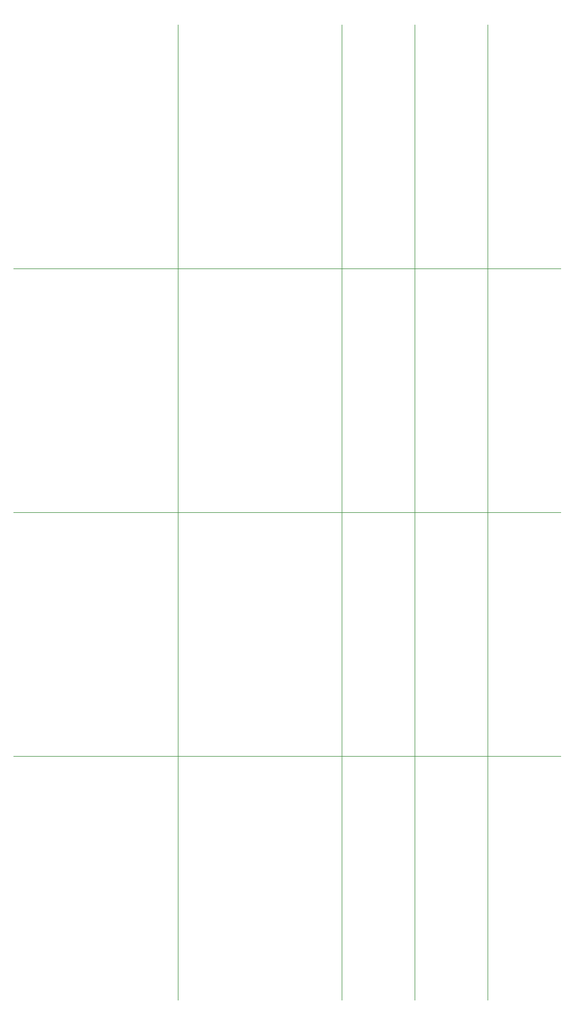
<source format=gbr>
G75*
G71*
%MOMM*%
%OFA0B0*%
%FSLAX53Y53*%
%IPPOS*%
%LPD*%
%ADD10C,0.00100*%
D10*
X0000000Y0036746D02*
X0082492Y0036746D01*
X0000000Y0036750D02*
X0082492Y0036750D01*
X0000000Y0073492D02*
X0082492Y0073492D01*
X0000000Y0073496D02*
X0082492Y0073496D01*
X0000000Y0110238D02*
X0082492Y0110238D01*
X0000000Y0110242D02*
X0082492Y0110242D01*
X0024746Y0000000D02*
X0024746Y0146988D01*
X0024750Y0000000D02*
X0024750Y0146988D01*
X0049492Y0000000D02*
X0049492Y0146988D01*
X0049496Y0000000D02*
X0049496Y0146988D01*
X0060492Y0000000D02*
X0060492Y0146988D01*
X0071492Y0000000D02*
X0071492Y0146988D01*
M02*

</source>
